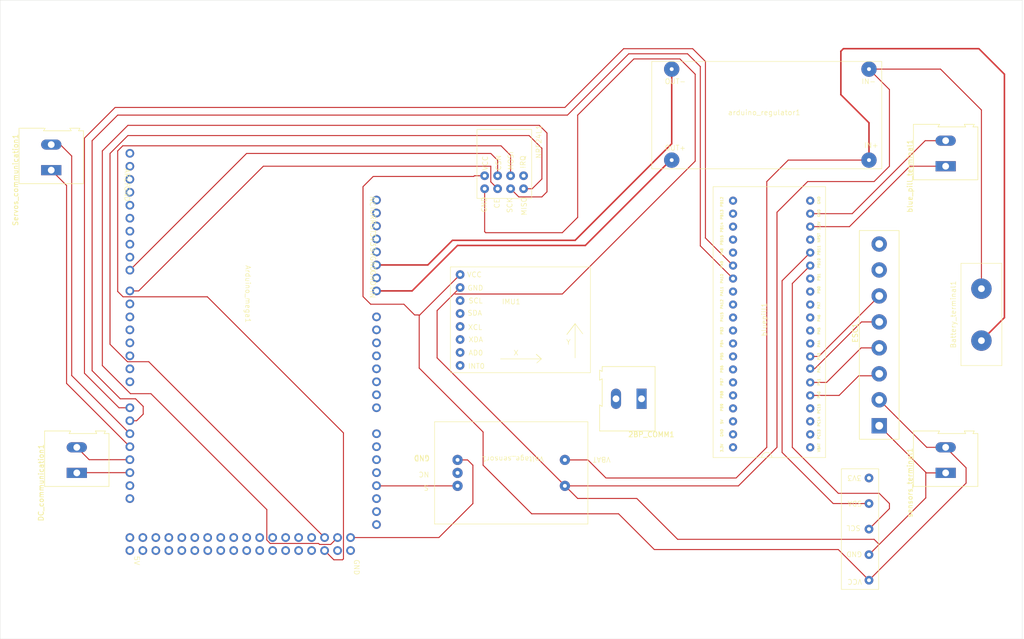
<source format=kicad_pcb>
(kicad_pcb (version 20240108) (generator "pcbnew") (generator_version "8.0")
  (layers (0 "F.Cu" signal) (31 "B.Cu" signal) (34 "B.Paste" user) (35 "F.Paste" user) (36 "B.SilkS" user "B.Silkscreen") (37 "F.SilkS" user "F.Silkscreen") (38 "B.Mask" user) (39 "F.Mask" user) (44 "Edge.Cuts" user))
  (net 0 "")
  (net 2 "CE")
  (net 3 "GND")
  (net 4 "AIN")
  (net 6 "DC_Tx")
  (net 17 "Drone_Rx")
  (net 22 "MOSI")
  (net 23 "Drone_Tx")
  (net 29 "DC_Rx")
  (net 31 "CSN")
  (net 32 "SCK")
  (net 43 "MISO")
  (net 46 "Servo_Rx")
  (net 58 "arduino_vin")
  (net 68 "Servo_Tx")
  (net 77 "VBATTERY")
  (net 79 "3.3vblue_pill")
  (net 91 "2BP_RX")
  (net 92 "2BP_TX")
  (net 107 "3.3v")
  (net 116 "SDA_BMP")
  (net 117 "SDA_IMU")
  (net 118 "SCL_IMU")
  (net 119 "SCL_BMP")
  (net 120 "ESC3")
  (net 121 "ESC4")
  (net 122 "ESC2")
  (net 123 "ESC1")
  (footprint "M4_PCB:battery" (layer "F.Cu") (at 242 99 90)
    (property "Reference" "Battery_terminal1" (at 0 -5.5 90) (layer "F.SilkS") (effects (font (thickness 0.1))))
    (property "Value" "~")
    (pad "1" thru_hole circle (at 5.04 0 90) (size 4 4) (drill 1.32) (layers "*.Cu" "*.Mask") (net 3 "GND"))
    (pad "2" thru_hole circle (at -5.12 0 90) (size 4 4) (drill 1.32) (layers "*.Cu" "*.Mask") (net 77 "VBATTERY"))
  )
  (footprint "M4_PCB:BMP180" (layer "F.Cu") (at 220 141 180)
    (property "Reference" "Pressure_Sensor1" (hide yes))
    (property "Value" "~" (hide yes))
    (fp_text user "GND" (at 1.3 -4.3 180) (layer "F.SilkS") (effects (font (thickness 0.1)) (justify left bottom)))
    (fp_text user "SCL" (at 1.6 0.8 180) (layer "F.SilkS") (effects (font (thickness 0.1)) (justify left bottom)))
    (fp_text user "3V3" (at 1.4 10.6 180) (layer "F.SilkS") (effects (font (thickness 0.1)) (justify left bottom)))
    (fp_text user "VCC" (at 1.3 -9.7 180) (layer "F.SilkS") (effects (font (thickness 0.1)) (justify left bottom)))
    (fp_text user "SDA" (at 1.3 5.6 180) (layer "F.SilkS") (effects (font (thickness 0.1)) (justify left bottom)))
    (pad "1" thru_hole circle (at 0 -10 180) (size 1.7 1.7) (drill 0.762) (layers "*.Cu" "*.Mask") (net 107 "3.3v"))
    (pad "2" thru_hole circle (at 0 -5 180) (size 1.7 1.7) (drill 0.762) (layers "*.Cu" "*.Mask") (net 3 "GND"))
    (pad "3" thru_hole circle (at 0 0 180) (size 1.7 1.7) (drill 0.762) (layers "*.Cu" "*.Mask") (net 119 "SCL_BMP"))
    (pad "4" thru_hole circle (at 0 5 180) (size 1.7 1.7) (drill 0.762) (layers "*.Cu" "*.Mask") (net 116 "SDA_BMP"))
    (pad "5" thru_hole circle (at 0 10 180) (size 1.7 1.7) (drill 0.762) (layers "*.Cu" "*.Mask"))
  )
  (footprint "M4_PCB:NRF24L1" (layer "F.Cu") (at 150 67 90)
    (property "Reference" "NRF24L1" (at 1.8 5.4 90) (layer "F.SilkS") (effects (font (thickness 0.1))))
    (property "Value" "~")
    (fp_text user "MISO" (at -12.7 3.1 90) (layer "F.SilkS") (effects (font (thickness 0.1)) (justify left bottom)))
    (fp_text user "VCC" (at -3.9 -4.5 90) (layer "F.SilkS") (effects (font (thickness 0.1)) (justify left bottom)))
    (fp_text user "GND" (at -12.1 -4.7 90) (layer "F.SilkS") (effects (font (thickness 0.1)) (justify left bottom)))
    (fp_text user "IRQ" (at -3.5 2.9 90) (layer "F.SilkS") (effects (font (thickness 0.1)) (justify left bottom)))
    (fp_text user "CE" (at -11.3 -2.2 90) (layer "F.SilkS") (effects (font (thickness 0.1)) (justify left bottom)))
    (fp_text user "SCK" (at -12.2 0.3 90) (layer "F.SilkS") (effects (font (thickness 0.1)) (justify left bottom)))
    (fp_text user "CSN" (at -3.9 -1.9 90) (layer "F.SilkS") (effects (font (thickness 0.1)) (justify left bottom)))
    (fp_text user "MOSI" (at -3.8 0.5 90) (layer "F.SilkS") (effects (font (thickness 0.1)) (justify left bottom)))
    (pad "1" thru_hole circle (at -7.4 -5.2 90) (size 1.7 1.7) (drill 0.762) (layers "*.Cu" "*.Mask") (net 3 "GND"))
    (pad "2" thru_hole circle (at -4.86 -5.2 90) (size 1.7 1.7) (drill 0.762) (layers "*.Cu" "*.Mask") (net 107 "3.3v"))
    (pad "3" thru_hole circle (at -7.4 -2.66 90) (size 1.7 1.7) (drill 0.762) (layers "*.Cu" "*.Mask") (net 2 "CE"))
    (pad "4" thru_hole circle (at -4.86 -2.66 90) (size 1.7 1.7) (drill 0.762) (layers "*.Cu" "*.Mask") (net 31 "CSN"))
    (pad "5" thru_hole circle (at -7.4 -0.12 90) (size 1.7 1.7) (drill 0.762) (layers "*.Cu" "*.Mask") (net 32 "SCK"))
    (pad "6" thru_hole circle (at -4.86 -0.12 90) (size 1.7 1.7) (drill 0.762) (layers "*.Cu" "*.Mask") (net 22 "MOSI"))
    (pad "7" thru_hole circle (at -7.4 2.42 90) (size 1.7 1.7) (drill 0.762) (layers "*.Cu" "*.Mask") (net 43 "MISO"))
    (pad "8" thru_hole circle (at -4.86 2.42 90) (size 1.7 1.7) (drill 0.762) (layers "*.Cu" "*.Mask"))
  )
  (footprint "TerminalBlock:TerminalBlock_Altech_AK300-2_P5.00mm" (layer "F.Cu") (at 60 70.765 90)
    (property "Reference" "Servos_communication1" (at -1.92 -6.99 -90) (layer "F.SilkS"))
    (property "Value" "~")
    (pad "1" thru_hole rect (at 0 0 90) (size 1.98 3.96) (drill 1.32) (layers "*.Cu" "*.Mask") (net 46 "Servo_Rx"))
    (pad "2" thru_hole oval (at 5 0 90) (size 1.98 3.96) (drill 1.32) (layers "*.Cu" "*.Mask") (net 68 "Servo_Tx"))
  )
  (footprint "TerminalBlock:TerminalBlock_Altech_AK300-2_P5.00mm" (layer "F.Cu") (at 235 70 90)
    (property "Reference" "blue_pill_terminal1" (at -1.92 -6.99 -90) (layer "F.SilkS"))
    (property "Value" "Screw_Terminal_01x02")
    (pad "1" thru_hole rect (at 0 0 90) (size 1.98 3.96) (drill 1.32) (layers "*.Cu" "*.Mask") (net 79 "3.3vblue_pill"))
    (pad "2" thru_hole oval (at 5 0 90) (size 1.98 3.96) (drill 1.32) (layers "*.Cu" "*.Mask") (net 3 "GND"))
  )
  (footprint "TerminalBlock:TerminalBlock_Altech_AK300-2_P5.00mm" (layer "F.Cu") (at 65 130 90)
    (property "Reference" "DC_communication1" (at -1.92 -6.99 -90) (layer "F.SilkS"))
    (property "Value" "~")
    (pad "1" thru_hole rect (at 0 0 90) (size 1.98 3.96) (drill 1.32) (layers "*.Cu" "*.Mask") (net 29 "DC_Rx"))
    (pad "2" thru_hole oval (at 5 0 90) (size 1.98 3.96) (drill 1.32) (layers "*.Cu" "*.Mask") (net 6 "DC_Tx"))
  )
  (footprint "M4_PCB:MPU6050" (layer "F.Cu") (at 150 100)
    (property "Reference" "IMU1" (at 0 -3.5 0) (layer "F.SilkS") (effects (font (thickness 0.1))))
    (property "Value" "~")
    (fp_text user "INT0" (at -8.5 9.7 0) (layer "F.SilkS") (effects (font (thickness 0.1)) (justify left bottom)))
    (fp_text user "SCL" (at -8.4 -3.1 0) (layer "F.SilkS") (effects (font (thickness 0.1)) (justify left bottom)))
    (fp_text user "XDA" (at -8.4 4.5 0) (layer "F.SilkS") (effects (font (thickness 0.1)) (justify left bottom)))
    (fp_text user "GND" (at -8.6 -5.6 0) (layer "F.SilkS") (effects (font (thickness 0.1)) (justify left bottom)))
    (fp_text user "SDA" (at -8.6 -0.7 0) (layer "F.SilkS") (effects (font (thickness 0.1)) (justify left bottom)))
    (fp_text user "XCL" (at -8.5 2.1 0) (layer "F.SilkS") (effects (font (thickness 0.1)) (justify left bottom)))
    (fp_text user "Y" (at 10.7 5 0) (layer "F.SilkS") (effects (font (thickness 0.1)) (justify left bottom)))
    (fp_text user "VCC" (at -8.7 -8.2 0) (layer "F.SilkS") (effects (font (thickness 0.1)) (justify left bottom)))
    (fp_text user "X" (at 0.4 7.1 0) (layer "F.SilkS") (effects (font (thickness 0.1)) (justify left bottom)))
    (fp_text user "AD0" (at -8.4 7.1 0) (layer "F.SilkS") (effects (font (thickness 0.1)) (justify left bottom)))
    (pad "1" thru_hole circle (at -10 -8.8) (size 1.7 1.7) (drill 0.762) (layers "*.Cu" "*.Mask") (net 107 "3.3v"))
    (pad "2" thru_hole circle (at -10 -6.26) (size 1.7 1.7) (drill 0.762) (layers "*.Cu" "*.Mask") (net 3 "GND"))
    (pad "3" thru_hole circle (at -10 -3.72) (size 1.7 1.7) (drill 0.762) (layers "*.Cu" "*.Mask") (net 118 "SCL_IMU"))
    (pad "4" thru_hole circle (at -10 -1.18) (size 1.7 1.7) (drill 0.762) (layers "*.Cu" "*.Mask") (net 117 "SDA_IMU"))
    (pad "5" thru_hole circle (at -10 1.36) (size 1.7 1.7) (drill 0.762) (layers "*.Cu" "*.Mask"))
    (pad "6" thru_hole circle (at -10 3.9) (size 1.7 1.7) (drill 0.762) (layers "*.Cu" "*.Mask"))
    (pad "7" thru_hole circle (at -10 6.44) (size 1.7 1.7) (drill 0.762) (layers "*.Cu" "*.Mask"))
    (pad "8" thru_hole circle (at -10 8.98) (size 1.7 1.7) (drill 0.762) (layers "*.Cu" "*.Mask"))
  )
  (footprint "TerminalBlock:TerminalBlock_Altech_AK300-2_P5.00mm" (layer "F.Cu") (at 235 130 90)
    (property "Reference" "sensors_terminal1" (at -1.92 -6.99 -90) (layer "F.SilkS"))
    (property "Value" "Screw_Terminal_01x02")
    (pad "1" thru_hole rect (at 0 0 90) (size 1.98 3.96) (drill 1.32) (layers "*.Cu" "*.Mask") (net 3 "GND"))
    (pad "2" thru_hole oval (at 5 0 90) (size 1.98 3.96) (drill 1.32) (layers "*.Cu" "*.Mask") (net 107 "3.3v"))
  )
  (footprint "TerminalBlock:TerminalBlock_Altech_AK300-2_P5.00mm" (layer "F.Cu") (at 175.5 115.5 180)
    (property "Reference" "2BP_COMM1" (at -1.92 -6.99 180) (layer "F.SilkS"))
    (property "Value" "~")
    (pad "1" thru_hole rect (at 0 0 180) (size 1.98 3.96) (drill 1.32) (layers "*.Cu" "*.Mask") (net 91 "2BP_RX"))
    (pad "2" thru_hole oval (at 5 0 180) (size 1.98 3.96) (drill 1.32) (layers "*.Cu" "*.Mask") (net 92 "2BP_TX"))
  )
  (footprint "M4_PCB:mega_reverse" (layer "F.Cu") (at 100 95 -90)
    (property "Reference" "Arduino_mega1" (at 0 1.5 -90) (layer "F.SilkS") (effects (font (thickness 0.1))))
    (property "Value" "~")
    (fp_text user "IOR" (at -17.125 -22.36 -90) (layer "F.SilkS") (effects (font (thickness 0.1)) (justify left bottom)))
    (fp_text user "GND" (at -7.525 -22.36 -90) (layer "F.SilkS") (effects (font (thickness 0.1)) (justify left bottom)))
    (fp_text user "5V" (at 51.175 23.84 -90) (layer "F.SilkS") (effects (font (thickness 0.1)) (justify left bottom)))
    (fp_text user "GND" (at -4.725 -22.36 -90) (layer "F.SilkS") (effects (font (thickness 0.1)) (justify left bottom)))
    (fp_text user "AREF" (at -24.625 25.74 -90) (layer "F.SilkS") (effects (font (thickness 0.1)) (justify left bottom)))
    (fp_text user "VIN" (at -1.625 -22.26 -90) (layer "F.SilkS") (effects (font (thickness 0.1)) (justify left bottom)))
    (fp_text user "3V3" (at -12.125 -22.36 -90) (layer "F.SilkS") (effects (font (thickness 0.1)) (justify left bottom)))
    (fp_text user "NC" (at -19.225 -22.26 -90) (layer "F.SilkS") (effects (font (thickness 0.1)) (justify left bottom)))
    (fp_text user "GND" (at -21.225 25.74 -90) (layer "F.SilkS") (effects (font (thickness 0.1)) (justify left bottom)))
    (fp_text user "RST" (at -14.625 -22.36 -90) (layer "F.SilkS") (effects (font (thickness 0.1)) (justify left bottom)))
    (fp_text user "GND" (at 51.875 -19.16 -90) (layer "F.SilkS") (effects (font (thickness 0.1)) (justify left bottom)))
    (fp_text user "5V" (at -9.225 -22.36 -90) (layer "F.SilkS") (effects (font (thickness 0.1)) (justify left bottom)))
    (pad "0" thru_hole oval (at 17.175 24.615 180) (size 1.7 1.7) (drill 1) (layers "*.Cu" "*.Mask"))
    (pad "1" thru_hole oval (at 14.635 24.615 180) (size 1.7 1.7) (drill 1) (layers "*.Cu" "*.Mask"))
    (pad "2" thru_hole oval (at 12.095 24.615 180) (size 1.7 1.7) (drill 1) (layers "*.Cu" "*.Mask"))
    (pad "3" thru_hole oval (at 9.555 24.615 180) (size 1.7 1.7) (drill 1) (layers "*.Cu" "*.Mask"))
    (pad "4" thru_hole oval (at 7.015 24.615 180) (size 1.7 1.7) (drill 1) (layers "*.Cu" "*.Mask"))
    (pad "5" thru_hole oval (at 4.475 24.615 180) (size 1.7 1.7) (drill 1) (layers "*.Cu" "*.Mask"))
    (pad "6" thru_hole oval (at 1.935 24.615 180) (size 1.7 1.7) (drill 1) (layers "*.Cu" "*.Mask"))
    (pad "7" thru_hole oval (at -0.605 24.615 180) (size 1.7 1.7) (drill 1) (layers "*.Cu" "*.Mask") (net 2 "CE"))
    (pad "8" thru_hole oval (at -4.669 24.615 180) (size 1.7 1.7) (drill 1) (layers "*.Cu" "*.Mask") (net 31 "CSN"))
    (pad "9" thru_hole oval (at -7.209 24.615 180) (size 1.7 1.7) (drill 1) (layers "*.Cu" "*.Mask"))
    (pad "10" thru_hole oval (at -9.749 24.615 180) (size 1.7 1.7) (drill 1) (layers "*.Cu" "*.Mask"))
    (pad "11" thru_hole oval (at -12.289 24.615 180) (size 1.7 1.7) (drill 1) (layers "*.Cu" "*.Mask"))
    (pad "12" thru_hole oval (at -14.829 24.615 180) (size 1.7 1.7) (drill 1) (layers "*.Cu" "*.Mask"))
    (pad "13" thru_hole oval (at -17.369 24.615 180) (size 1.7 1.7) (drill 1) (layers "*.Cu" "*.Mask"))
    (pad "14" thru_hole circle (at 22.255 24.615 180) (size 1.7 1.7) (drill 1) (layers "*.Cu" "*.Mask") (net 23 "Drone_Tx"))
    (pad "15" thru_hole oval (at 24.795 24.615 180) (size 1.7 1.7) (drill 1) (layers "*.Cu" "*.Mask") (net 17 "Drone_Rx"))
    (pad "16" thru_hole oval (at 27.335 24.615 180) (size 1.7 1.7) (drill 1) (layers "*.Cu" "*.Mask") (net 68 "Servo_Tx"))
    (pad "17" thru_hole oval (at 29.875 24.615 180) (size 1.7 1.7) (drill 1) (layers "*.Cu" "*.Mask") (net 46 "Servo_Rx"))
    (pad "18" thru_hole oval (at 32.415 24.615 180) (size 1.7 1.7) (drill 1) (layers "*.Cu" "*.Mask") (net 6 "DC_Tx"))
    (pad "19" thru_hole oval (at 34.955 24.615 180) (size 1.7 1.7) (drill 1) (layers "*.Cu" "*.Mask") (net 29 "DC_Rx"))
    (pad "20" thru_hole oval (at 37.495 24.615 180) (size 1.7 1.7) (drill 1) (layers "*.Cu" "*.Mask"))
    (pad "21" thru_hole oval (at 40.035 24.615 180) (size 1.7 1.7) (drill 1) (layers "*.Cu" "*.Mask"))
    (pad "22" thru_hole oval (at 47.655 22.075 90) (size 1.7 1.7) (drill 1) (layers "*.Cu" "*.Mask"))
    (pad "23" thru_hole oval (at 50.195 22.075 90) (size 1.7 1.7) (drill 1) (layers "*.Cu" "*.Mask"))
    (pad "24" thru_hole oval (at 47.655 19.535 90) (size 1.7 1.7) (drill 1) (layers "*.Cu" "*.Mask"))
    (pad "25" thru_hole oval (at 50.195 19.535 90) (size 1.7 1.7) (drill 1) (layers "*.Cu" "*.Mask"))
    (pad "26" thru_hole oval (at 47.655 16.995 90) (size 1.7 1.7) (drill 1) (layers "*.Cu" "*.Mask"))
    (pad "27" thru_hole oval (at 50.195 16.995 90) (size 1.7 1.7) (drill 1) (layers "*.Cu" "*.Mask"))
    (pad "28" thru_hole oval (at 47.655 14.455 90) (size 1.7 1.7) (drill 1) (layers "*.Cu" "*.Mask"))
    (pad "29" thru_hole oval (at 50.195 14.455 90) (size 1.7 1.7) (drill 1) (layers "*.Cu" "*.Mask"))
    (pad "30" thru_hole oval (at 47.655 11.915 90) (size 1.7 1.7) (drill 1) (layers "*.Cu" "*.Mask"))
    (pad "31" thru_hole oval (at 50.195 11.915 90) (size 1.7 1.7) (drill 1) (layers "*.Cu" "*.Mask"))
    (pad "32" thru_hole oval (at 47.655 9.39 90) (size 1.7 1.7) (drill 1) (layers "*.Cu" "*.Mask"))
    (pad "33" thru_hole oval (at 50.195 9.375 90) (size 1.7 1.7) (drill 1) (layers "*.Cu" "*.Mask"))
    (pad "34" thru_hole oval (at 47.655 6.835 90) (size 1.7 1.7) (drill 1) (layers "*.Cu" "*.Mask"))
    (pad "35" thru_hole oval (at 50.195 6.835 90) (size 1.7 1.7) (drill 1) (layers "*.Cu" "*.Mask"))
    (pad "36" thru_hole oval (at 47.655 4.295 90) (size 1.7 1.7) (drill 1) (layers "*.Cu" "*.Mask"))
    (pad "37" thru_hole oval (at 50.195 4.295 90) (size 1.7 1.7) (drill 1) (layers "*.Cu" "*.Mask"))
    (pad "38" thru_hole oval (at 47.655 1.755 90) (size 1.7 1.7) (drill 1) (layers "*.Cu" "*.Mask"))
    (pad "39" thru_hole oval (at 50.195 1.755 90) (size 1.7 1.7) (drill 1) (layers "*.Cu" "*.Mask"))
    (pad "40" thru_hole oval (at 47.655 -0.785 90) (size 1.7 1.7) (drill 1) (layers "*.Cu" "*.Mask"))
    (pad "41" thru_hole oval (at 50.195 -0.785 90) (size 1.7 1.7) (drill 1) (layers "*.Cu" "*.Mask"))
    (pad "42" thru_hole oval (at 47.655 -3.325 90) (size 1.7 1.7) (drill 1) (layers "*.Cu" "*.Mask"))
    (pad "43" thru_hole oval (at 50.195 -3.325 90) (size 1.7 1.7) (drill 1) (layers "*.Cu" "*.Mask"))
    (pad "44" thru_hole oval (at 47.655 -5.865 90) (size 1.7 1.7) (drill 1) (layers "*.Cu" "*.Mask"))
    (pad "45" thru_hole oval (at 50.195 -5.865 90) (size 1.7 1.7) (drill 1) (layers "*.Cu" "*.Mask"))
    (pad "46" thru_hole oval (at 47.655 -8.405 90) (size 1.7 1.7) (drill 1) (layers "*.Cu" "*.Mask"))
    (pad "47" thru_hole oval (at 50.195 -8.405 90) (size 1.7 1.7) (drill 1) (layers "*.Cu" "*.Mask"))
    (pad "48" thru_hole oval (at 47.655 -10.95 90) (size 1.7 1.7) (drill 1) (layers "*.Cu" "*.Mask"))
    (pad "49" thru_hole oval (at 50.195 -10.945 90) (size 1.7 1.7) (drill 1) (layers "*.Cu" "*.Mask"))
    (pad "50" thru_hole oval (at 47.655 -13.485 90) (size 1.7 1.7) (drill 1) (layers "*.Cu" "*.Mask") (net 43 "MISO"))
    (pad "51" thru_hole oval (at 50.195 -13.485 90) (size 1.7 1.7) (drill 1) (layers "*.Cu" "*.Mask") (net 22 "MOSI"))
    (pad "52" thru_hole oval (at 47.655 -16.025 90) (size 1.7 1.7) (drill 1) (layers "*.Cu" "*.Mask") (net 32 "SCK"))
    (pad "53" thru_hole oval (at 50.195 -16.025 90) (size 1.7 1.7) (drill 1) (layers "*.Cu" "*.Mask"))
    (pad "54" thru_hole circle (at 4.475 -23.645 180) (size 1.7 1.7) (drill 1) (layers "*.Cu" "*.Mask"))
    (pad "55" thru_hole oval (at 7.015 -23.645 180) (size 1.7 1.7) (drill 1) (layers "*.Cu" "*.Mask"))
    (pad "56" thru_hole oval (at 9.555 -23.645 180) (size 1.7 1.7) (drill 1) (layers "*.Cu" "*.Mask"))
    (pad "57" thru_hole oval (at 12.095 -23.645 180) (size 1.7 1.7) (drill 1) (layers "*.Cu" "*.Mask"))
    (pad "58" thru_hole oval (at 14.635 -23.645 180) (size 1.7 1.7) (drill 1) (layers "*.Cu" "*.Mask"))
    (pad "59" thru_hole oval (at 17.175 -23.645 180) (size 1.7 1.7) (drill 1) (layers "*.Cu" "*.Mask"))
    (pad "60" thru_hole oval (at 19.715 -23.645 180) (size 1.7 1.7) (drill 1) (layers "*.Cu" "*.Mask"))
    (pad "61" thru_hole oval (at 22.255 -23.645 180) (size 1.7 1.7) (drill 1) (layers "*.Cu" "*.Mask"))
    (pad "62" thru_hole circle (at 27.335 -23.645 180) (size 1.7 1.7) (drill 1) (layers "*.Cu" "*.Mask"))
    (pad "63" thru_hole oval (at 29.875 -23.645 180) (size 1.7 1.7) (drill 1) (layers "*.Cu" "*.Mask"))
    (pad "64" thru_hole oval (at 32.415 -23.645 180) (size 1.7 1.7) (drill 1) (layers "*.Cu" "*.Mask"))
    (pad "65" thru_hole oval (at 34.955 -23.645 180) (size 1.7 1.7) (drill 1) (layers "*.Cu" "*.Mask"))
    (pad "66" thru_hole oval (at 37.495 -23.645 180) (size 1.7 1.7) (drill 1) (layers "*.Cu" "*.Mask") (net 4 "AIN"))
    (pad "67" thru_hole oval (at 40.035 -23.645 180) (size 1.7 1.7) (drill 1) (layers "*.Cu" "*.Mask"))
    (pad "68" thru_hole oval (at 42.575 -23.645 180) (size 1.7 1.7) (drill 1) (layers "*.Cu" "*.Mask"))
    (pad "69" thru_hole oval (at 45.115 -23.645 180) (size 1.7 1.7) (drill 1) (layers "*.Cu" "*.Mask"))
    (pad "70" thru_hole oval (at 47.655 -18.565 90) (size 1.7 1.7) (drill 1) (layers "*.Cu" "*.Mask") (net 3 "GND"))
    (pad "71" thru_hole oval (at -3.145 -23.645 180) (size 1.7 1.7) (drill 1) (layers "*.Cu" "*.Mask"))
    (pad "72" thru_hole oval (at -5.685 -23.645 180) (size 1.7 1.7) (drill 1) (layers "*.Cu" "*.Mask") (net 3 "GND"))
    (pad "73" thru_hole oval (at -19.909 24.615 180) (size 1.7 1.7) (drill 1) (layers "*.Cu" "*.Mask"))
    (pad "75" thru_hole oval (at -8.225 -23.645 180) (size 1.7 1.7) (drill 1) (layers "*.Cu" "*.Mask"))
    (pad "77" thru_hole oval (at 50.195 24.615 90) (size 1.7 1.7) (drill 1) (layers "*.Cu" "*.Mask"))
    (pad "100" thru_hole circle (at 50.195 -18.565 90) (size 1.7 1.7) (drill 1) (layers "*.Cu" "*.Mask"))
    (pad "101" thru_hole oval (at 47.655 24.615 90) (size 1.7 1.7) (drill 1) (layers "*.Cu" "*.Mask"))
    (pad "102" thru_hole circle (at -22.449 24.615 180) (size 1.7 1.7) (drill 1) (layers "*.Cu" "*.Mask"))
    (pad "103" thru_hole oval (at -0.605 -23.645 180) (size 1.7 1.7) (drill 1) (layers "*.Cu" "*.Mask") (net 58 "arduino_vin"))
    (pad "104" thru_hole oval (at -10.765 -23.645 180) (size 1.7 1.7) (drill 1) (layers "*.Cu" "*.Mask"))
    (pad "105" thru_hole oval (at -13.305 -23.645 180) (size 1.7 1.7) (drill 1) (layers "*.Cu" "*.Mask"))
    (pad "106" thru_hole oval (at -15.845 -23.645 180) (size 1.7 1.7) (drill 1) (layers "*.Cu" "*.Mask"))
    (pad "107" thru_hole circle (at -18.385 -23.645 180) (size 1.7 1.7) (drill 1) (layers "*.Cu" "*.Mask"))
    (pad "201" thru_hole circle (at -24.989 24.615 180) (size 1.7 1.7) (drill 1) (layers "*.Cu" "*.Mask"))
    (pad "211" thru_hole circle (at -27.529 24.615 180) (size 1.7 1.7) (drill 1) (layers "*.Cu" "*.Mask"))
  )
  (footprint "M4_PCB:LM2596HVS" (layer "F.Cu") (at 199.5 60)
    (property "Reference" "arduino_regulator1" (at 0 -0.5 0) (layer "F.SilkS") (effects (font (thickness 0.1))))
    (property "Value" "9V")
    (fp_text user "IN+" (at 19.5 6.5 0) (layer "F.SilkS") (effects (font (thickness 0.1)) (justify left bottom)))
    (fp_text user "OUT+" (at -19.5 7 0) (layer "F.SilkS") (effects (font (thickness 0.1)) (justify left bottom)))
    (fp_text user "IN-" (at 19 -6 0) (layer "F.SilkS") (effects (font (thickness 0.1)) (justify left bottom)))
    (fp_text user "OUT-" (at -19.5 -6 0) (layer "F.SilkS") (effects (font (thickness 0.1)) (justify left bottom)))
    (pad "1" thru_hole circle (at 20.5 8.8) (size 3 3) (drill 0.762) (layers "*.Cu" "*.Mask") (net 77 "VBATTERY"))
    (pad "2" thru_hole circle (at 20.5 -9) (size 3 3) (drill 0.762) (layers "*.Cu" "*.Mask") (net 3 "GND"))
    (pad "3" thru_hole circle (at -18.1 8.8) (size 3 3) (drill 0.762) (layers "*.Cu" "*.Mask") (net 58 "arduino_vin"))
    (pad "4" thru_hole circle (at -18.1 -9) (size 3 3) (drill 0.762) (layers "*.Cu" "*.Mask") (net 3 "GND"))
  )
  (footprint "M4_PCB:blue_pill" (layer "F.Cu") (at 200 100 90)
    (property "Reference" "bluepill1" (at 0 -0.5 90) (layer "F.SilkS") (effects (font (thickness 0.1))))
    (property "Value" "~")
    (fp_text user "PA4" (at -5.5 10.5 90) (layer "F.SilkS") (effects (font (size 0.5 0.5) (thickness 0.1)) (justify left bottom)))
    (fp_text user "5V" (at -20.5 -8.5 90) (layer "F.SilkS") (effects (font (size 0.5 0.5) (thickness 0.1)) (justify left bottom)))
    (fp_text user "PA10" (at 7 -8.5 90) (layer "F.SilkS") (effects (font (size 0.5 0.5) (thickness 0.1)) (justify left bottom)))
    (fp_text user "PB1" (at 7.5 10.5 90) (layer "F.SilkS") (effects (font (size 0.5 0.5) (thickness 0.1)) (justify left bottom)))
    (fp_text user "PC15" (at -18.5 10.5 90) (layer "F.SilkS") (effects (font (size 0.5 0.5) (thickness 0.1)) (justify left bottom)))
    (fp_text user "3.3V" (at 17.5 10.5 90) (layer "F.SilkS") (effects (font (size 0.5 0.5) (thickness 0.1)) (justify left bottom)))
    (fp_text user "NRST" (at 15 10.5 90) (layer "F.SilkS") (effects (font (size 0.5 0.5) (thickness 0.1)) (justify left bottom)))
    (fp_text user "PB3" (at -3 -8.5 90) (layer "F.SilkS") (effects (font (size 0.5 0.5) (thickness 0.1)) (justify left bottom)))
    (fp_text user "PB10" (at 10 10.5 90) (layer "F.SilkS") (effects (font (size 0.5 0.5) (thickness 0.1)) (justify left bottom)))
    (fp_text user "PA8" (at 12.5 -8.5 90) (layer "F.SilkS") (effects (font (size 0.5 0.5) (thickness 0.1)) (justify left bottom)))
    (fp_text user "PB15" (at 14.5 -8.5 90) (layer "F.SilkS") (effects (font (size 0.5 0.5) (thickness 0.1)) (justify left bottom)))
    (fp_text user "GND" (at 22.5 10.5 90) (layer "F.SilkS") (effects (font (size 0.5 0.5) (thickness 0.1)) (justify left bottom)))
    (fp_text user "VBAT" (at -26 10.5 90) (layer "F.SilkS") (effects (font (size 0.5 0.5) (thickness 0.1)) (justify left bottom)))
    (fp_text user "PA1" (at -13 10.5 90) (layer "F.SilkS") (effects (font (size 0.5 0.5) (thickness 0.1)) (justify left bottom)))
    (fp_text user "PA11" (at 4.5 -8.5 90) (layer "F.SilkS") (effects (font (size 0.5 0.5) (thickness 0.1)) (justify left bottom)))
    (fp_text user "PA3" (at -8 10.5 90) (layer "F.SilkS") (effects (font (size 0.5 0.5) (thickness 0.1)) (justify left bottom)))
    (fp_text user "PC13" (at -23.5 10.5 90) (layer "F.SilkS") (effects (font (size 0.5 0.5) (thickness 0.1)) (justify left bottom)))
    (fp_text user "PB11" (at 12.5 10.5 90) (layer "F.SilkS") (effects (font (size 0.5 0.5) (thickness 0.1)) (justify left bottom)))
    (fp_text user "PB6" (at -10.5 -8.5 90) (layer "F.SilkS") (effects (font (size 0.5 0.5) (thickness 0.1)) (justify left bottom)))
    (fp_text user "PA9" (at 10 -8.5 90) (layer "F.SilkS") (effects (font (size 0.5 0.5) (thickness 0.1)) (justify left bottom)))
    (fp_text user "PB8" (at -15.5 -8.5 90) (layer "F.SilkS") (effects (font (size 0.5 0.5) (thickness 0.1)) (justify left bottom)))
    (fp_text user "GND" (at -23 -8.5 90) (layer "F.SilkS") (effects (font (size 0.5 0.5) (thickness 0.1)) (justify left bottom)))
    (fp_text user "GND" (at 20 10.5 90) (layer "F.SilkS") (effects (font (size 0.5 0.5) (thickness 0.1)) (justify left bottom)))
    (fp_text user "PA7" (at 2 10.5 90) (layer "F.SilkS") (effects (font (size 0.5 0.5) (thickness 0.1)) (justify left bottom)))
    (fp_text user "PA6" (at -0.5 10.5 90) (layer "F.SilkS") (effects (font (size 0.5 0.5) (thickness 0.1)) (justify left bottom)))
    (fp_text user "PB14" (at 17 -8.5 90) (layer "F.SilkS") (effects (font (size 0.5 0.5) (thickness 0.1)) (justify left bottom)))
    (fp_text user "PB9" (at -18 -8.5 90) (layer "F.SilkS") (effects (font (size 0.5 0.5) (thickness 0.1)) (justify left bottom)))
    (fp_text user "PA12" (at 2 -8.5 90) (layer "F.SilkS") (effects (font (size 0.5 0.5) (thickness 0.1)) (justify left bottom)))
    (fp_text user "PB7" (at -13 -8.5 90) (layer "F.SilkS") (effects (font (size 0.5 0.5) (thickness 0.1)) (justify left bottom)))
    (fp_text user "PB5" (at -8 -8.5 90) (layer "F.SilkS") (effects (font (size 0.5 0.5) (thickness 0.1)) (justify left bottom)))
    (fp_text user "PA15" (at -0.5 -8.5 90) (layer "F.SilkS") (effects (font (size 0.5 0.5) (thickness 0.1)) (justify left bottom)))
    (fp_text user "PB13" (at 19.5 -8.5 90) (layer "F.SilkS") (effects (font (size 0.5 0.5) (thickness 0.1)) (justify left bottom)))
    (fp_text user "PA2" (at -10.5 10.5 90) (layer "F.SilkS") (effects (font (size 0.5 0.5) (thickness 0.1)) (justify left bottom)))
    (fp_text user "PC14" (at -21 10.5 90) (layer "F.SilkS") (effects (font (size 0.5 0.5) (thickness 0.1)) (justify left bottom)))
    (fp_text user "PB12" (at 22 -8.5 90) (layer "F.SilkS") (effects (font (size 0.5 0.5) (thickness 0.1)) (justify left bottom)))
    (fp_text user "PB0" (at 5 10.5 90) (layer "F.SilkS") (effects (font (size 0.5 0.5) (thickness 0.1)) (justify left bottom)))
    (fp_text user "PA5" (at -3 10.5 90) (layer "F.SilkS") (effects (font (size 0.5 0.5) (thickness 0.1)) (justify left bottom)))
    (fp_text user "PB4" (at -5.5 -8.5 90) (layer "F.SilkS") (effects (font (size 0.5 0.5) (thickness 0.1)) (justify left bottom)))
    (fp_text user "3.3V" (at -26 -8.5 90) (layer "F.SilkS") (effects (font (size 0.5 0.5) (thickness 0.1)) (justify left bottom)))
    (fp_text user "PA0" (at -15.5 10.5 90) (layer "F.SilkS") (effects (font (size 0.5 0.5) (thickness 0.1)) (justify left bottom)))
    (pad "1" thru_hole circle (at -25 8.5 90) (size 1.6 1.6) (drill 0.762) (layers "*.Cu" "*.Mask"))
    (pad "2" thru_hole circle (at -22.46 8.5 90) (size 1.6 1.6) (drill 0.762) (layers "*.Cu" "*.Mask"))
    (pad "3" thru_hole circle (at -19.92 8.5 90) (size 1.6 1.6) (drill 0.762) (layers "*.Cu" "*.Mask"))
    (pad "4" thru_hole circle (at -17.38 8.5 90) (size 1.6 1.6) (drill 0.762) (layers "*.Cu" "*.Mask"))
    (pad "5" thru_hole circle (at -14.84 8.5 90) (size 1.6 1.6) (drill 0.762) (layers "*.Cu" "*.Mask") (net 123 "ESC1"))
    (pad "6" thru_hole circle (at -12.3 8.5 90) (size 1.6 1.6) (drill 0.762) (layers "*.Cu" "*.Mask") (net 122 "ESC2"))
    (pad "7" thru_hole circle (at -9.6 8.5 90) (size 1.6 1.6) (drill 0.762) (layers "*.Cu" "*.Mask") (net 120 "ESC3"))
    (pad "8" thru_hole circle (at -7.22 8.5 90) (size 1.6 1.6) (drill 0.762) (layers "*.Cu" "*.Mask") (net 121 "ESC4"))
    (pad "9" thru_hole circle (at -4.68 8.5 90) (size 1.6 1.6) (drill 0.762) (layers "*.Cu" "*.Mask"))
    (pad "10" thru_hole circle (at -2.14 8.5 90) (size 1.6 1.6) (drill 0.762) (layers "*.Cu" "*.Mask"))
    (pad "11" thru_hole circle (at 0.4 8.5 90) (size 1.6 1.6) (drill 0.762) (layers "*.Cu" "*.Mask"))
    (pad "12" thru_hole circle (at 2.94 8.5 90) (size 1.6 1.6) (drill 0.762) (layers "*.Cu" "*.Mask"))
    (pad "13" thru_hole circle (at 5.48 8.5 90) (size 1.6 1.6) (drill 0.762) (layers "*.Cu" "*.Mask"))
    (pad "14" thru_hole circle (at 8.02 8.5 90) (size 1.6 1.6) (drill 0.762) (layers "*.Cu" "*.Mask"))
    (pad "15" thru_hole circle (at 10.56 8.5 90) (size 1.6 1.6) (drill 0.762) (layers "*.Cu" "*.Mask") (net 119 "SCL_BMP"))
    (pad "16" thru_hole circle (at 13.1 8.5 90) (size 1.6 1.6) (drill 0.762) (layers "*.Cu" "*.Mask") (net 116 "SDA_BMP"))
    (pad "17" thru_hole circle (at 15.64 8.5 90) (size 1.6 1.6) (drill 0.762) (layers "*.Cu" "*.Mask"))
    (pad "18" thru_hole circle (at 18.18 8.5 90) (size 1.6 1.6) (drill 0.762) (layers "*.Cu" "*.Mask") (net 79 "3.3vblue_pill"))
    (pad "19" thru_hole circle (at 20.72 8.5 90) (size 1.6 1.6) (drill 0.762) (layers "*.Cu" "*.Mask") (net 3 "GND"))
    (pad "20" thru_hole circle (at 23.26 8.5 90) (size 1.6 1.6) (drill 0.762) (layers "*.Cu" "*.Mask"))
    (pad "21" thru_hole circle (at 23.26 -6.6 90) (size 1.6 1.6) (drill 0.762) (layers "*.Cu" "*.Mask"))
    (pad "22" thru_hole circle (at 20.72 -6.6 90) (size 1.6 1.6) (drill 0.762) (layers "*.Cu" "*.Mask"))
    (pad "23" thru_hole circle (at 18.18 -6.6 90) (size 1.6 1.6) (drill 0.762) (layers "*.Cu" "*.Mask"))
    (pad "24" thru_hole circle (at 15.64 -6.6 90) (size 1.6 1.6) (drill 0.762) (layers "*.Cu" "*.Mask"))
    (pad "25" thru_hole circle (at 13.1 -6.6 90) (size 1.6 1.6) (drill 0.762) (layers "*.Cu" "*.Mask"))
    (pad "26" thru_hole circle (at 10.56 -6.6 90) (size 1.6 1.6) (drill 0.762) (layers "*.Cu" "*.Mask") (net 23 "Drone_Tx"))
    (pad "27" thru_hole circle (at 8.02 -6.6 90) (size 1.6 1.6) (drill 0.762) (layers "*.Cu" "*.Mask") (net 17 "Drone_Rx"))
    (pad "28" thru_hole circle (at 5.48 -6.6 90) (size 1.6 1.6) (drill 0.762) (layers "*.Cu" "*.Mask"))
    (pad "29" thru_hole circle (at 2.94 -6.6 90) (size 1.6 1.6) (drill 0.762) (layers "*.Cu" "*.Mask"))
    (pad "30" thru_hole circle (at 0.4 -6.6 90) (size 1.6 1.6) (drill 0.762) (layers "*.Cu" "*.Mask"))
    (pad "31" thru_hole circle (at -2.14 -6.6 90) (size 1.6 1.6) (drill 0.762) (layers "*.Cu" "*.Mask"))
    (pad "32" thru_hole circle (at -4.68 -6.6 90) (size 1.6 1.6) (drill 0.762) (layers "*.Cu" "*.Mask"))
    (pad "33" thru_hole circle (at -7.22 -6.6 90) (size 1.6 1.6) (drill 0.762) (layers "*.Cu" "*.Mask"))
    (pad "34" thru_hole circle (at -9.76 -6.6 90) (size 1.6 1.6) (drill 0.762) (layers "*.Cu" "*.Mask") (net 92 "2BP_TX"))
    (pad "35" thru_hole circle (at -12.3 -6.6 90) (size 1.6 1.6) (drill 0.762) (layers "*.Cu" "*.Mask") (net 91 "2BP_RX"))
    (pad "36" thru_hole circle (at -14.84 -6.6 90) (size 1.6 1.6) (drill 0.762) (layers "*.Cu" "*.Mask") (net 118 "SCL_IMU"))
    (pad "37" thru_hole circle (at -17.38 -6.6 90) (size 1.6 1.6) (drill 0.762) (layers "*.Cu" "*.Mask") (net 117 "SDA_IMU"))
    (pad "38" thru_hole circle (at -19.92 -6.6 90) (size 1.6 1.6) (drill 0.762) (layers "*.Cu" "*.Mask"))
    (pad "39" thru_hole circle (at -22.46 -6.6 90) (size 1.6 1.6) (drill 0.762) (layers "*.Cu" "*.Mask"))
    (pad "40" thru_hole circle (at -25 -6.6 90) (size 1.6 1.6) (drill 0.762) (layers "*.Cu" "*.Mask"))
  )
  (footprint "TerminalBlock:TerminalBlock_bornier-8_P5.08mm" (layer "F.Cu") (at 222 120.78 90)
    (property "Reference" "ESC1" (at 18.18 -4.7 -90) (layer "F.SilkS"))
    (property "Value" "~")
    (pad "1" thru_hole rect (at 0 0 90) (size 3 3) (drill 1.52) (layers "*.Cu" "*.Mask") (net 3 "GND"))
    (pad "2" thru_hole circle (at 5.08 0 90) (size 3 3) (drill 1.52) (layers "*.Cu" "*.Mask") (net 107 "3.3v"))
    (pad "3" thru_hole circle (at 10.16 0 90) (size 3 3) (drill 1.52) (layers "*.Cu" "*.Mask") (net 123 "ESC1"))
    (pad "4" thru_hole circle (at 15.24 0 90) (size 3 3) (drill 1.52) (layers "*.Cu" "*.Mask") (net 122 "ESC2"))
    (pad "5" thru_hole circle (at 20.32 0 90) (size 3 3) (drill 1.52) (layers "*.Cu" "*.Mask") (net 120 "ESC3"))
    (pad "6" thru_hole circle (at 25.4 0 90) (size 3 3) (drill 1.52) (layers "*.Cu" "*.Mask") (net 121 "ESC4"))
    (pad "7" thru_hole circle (at 30.48 0 90) (size 3 3) (drill 1.52) (layers "*.Cu" "*.Mask"))
    (pad "8" thru_hole circle (at 35.56 0 90) (size 3 3) (drill 1.52) (layers "*.Cu" "*.Mask"))
  )
  (footprint "M4_PCB:Voltage_sensor" (layer "F.Cu") (at 150 130 180)
    (property "Reference" "Voltage_sensor1" (at -0.3 2.7 180) (layer "F.SilkS") (effects (font (thickness 0.1))))
    (property "Value" "~")
    (fp_text user "S" (at 16.1 -2.3 180) (layer "F.SilkS") (effects (font (thickness 0.1)) (justify left bottom)))
    (fp_text user "GND" (at 15.9 3.4 180) (layer "F.SilkS") (effects (font (thickness 0.1)) (justify left bottom)))
    (fp_text user "GND" (at 15.9 3.6 180) (layer "F.SilkS") (effects (font (thickness 0.1)) (justify left bottom)))
    (fp_text user "VBAT" (at -19.5 3.2 180) (layer "F.SilkS") (effects (font (thickness 0.1)) (justify left bottom)))
    (fp_text user "NC" (at 16 0.3 180) (layer "F.SilkS") (effects (font (thickness 0.1)) (justify left bottom)))
    (pad "1" thru_hole circle (at -10.5 2.54 180) (size 2 2) (drill 0.762) (layers "*.Cu" "*.Mask") (net 77 "VBATTERY"))
    (pad "2" thru_hole circle (at -10.5 -2.54 180) (size 2 2) (drill 0.762) (layers "*.Cu" "*.Mask") (net 3 "GND"))
    (pad "3" thru_hole circle (at 10.5 -2.54 180) (size 2 2) (drill 0.762) (layers "*.Cu" "*.Mask") (net 4 "AIN"))
    (pad "4" thru_hole circle (at 10.5 0 180) (size 2 2) (drill 0.762) (layers "*.Cu" "*.Mask"))
    (pad "5" thru_hole circle (at 10.5 2.54 180) (size 2 2) (drill 0.762) (layers "*.Cu" "*.Mask") (net 3 "GND"))
  )
  (gr_line (start 50 37.5) (end 250 37.5) (stroke (width 0.05)) (layer "Edge.Cuts"))
  (gr_line (start 50 162.5) (end 250 162.5) (stroke (width 0.05)) (layer "Edge.Cuts"))
  (gr_line (start 250 162.5) (end 250 37.5) (stroke (width 0.05)) (layer "Edge.Cuts"))
  (gr_line (start 50 37.5) (end 50 162.5) (stroke (width 0.05)) (layer "Edge.Cuts"))
  (segment (start 77.105 94.395) (end 75.385 94.395) (width 0.2) (layer "F.Cu") (net 2))
  (segment (start 146 73.06) (end 146 70) (width 0.2) (layer "F.Cu") (net 2))
  (segment (start 147.34 74.4) (end 146 73.06) (width 0.2) (layer "F.Cu") (net 2))
  (segment (start 146 70) (end 101.5 70) (width 0.2) (layer "F.Cu") (net 2))
  (segment (start 101.5 70) (end 77.105 94.395) (width 0.2) (layer "F.Cu") (net 2))
  (segment (start 231 65) (end 216.72 79.28) (width 0.2) (layer "F.Cu") (net 3))
  (segment (start 144.8 82.8) (end 144.8 74.4) (width 0.2) (layer "F.Cu") (net 3))
  (segment (start 186 52) (end 183 49) (width 0.2) (layer "F.Cu") (net 3))
  (segment (start 139 95) (end 160 95) (width 0.2) (layer "F.Cu") (net 3))
  (segment (start 163 60) (end 163 80) (width 0.2) (layer "F.Cu") (net 3))
  (segment (start 138.87 94.87) (end 139 95) (width 0.2) (layer "F.Cu") (net 3))
  (segment (start 142.5 128.5) (end 141.46 127.46) (width 0.2) (layer "F.Cu") (net 3))
  (segment (start 135.845 142.655) (end 142.5 136) (width 0.2) (layer "F.Cu") (net 3))
  (segment (start 221 143) (end 182.565686 143) (width 0.2) (layer "F.Cu") (net 3))
  (segment (start 182.565686 143) (end 174.565686 135) (width 0.2) (layer "F.Cu") (net 3))
  (segment (start 138.87 94.87) (end 140 93.74) (width 0.2) (layer "F.Cu") (net 3))
  (segment (start 234 51) (end 220 51) (width 0.2) (layer "F.Cu") (net 3))
  (segment (start 141.46 127.46) (end 139.5 127.46) (width 0.2) (layer "F.Cu") (net 3))
  (segment (start 222 144) (end 220 146) (width 0.2) (layer "F.Cu") (net 3))
  (segment (start 183 49) (end 174 49) (width 0.2) (layer "F.Cu") (net 3))
  (segment (start 224 55) (end 224 70) (width 0.2) (layer "F.Cu") (net 3))
  (segment (start 162.5 84.5) (end 138.5 84.5) (width 0.3) (layer "F.Cu") (net 3))
  (segment (start 142.5 136) (end 142.5 128.5) (width 0.2) (layer "F.Cu") (net 3))
  (segment (start 224.86 123.64) (end 222 120.78) (width 0.2) (layer "F.Cu") (net 3))
  (segment (start 225.61 124.39) (end 225.11 123.89) (width 0.2) (layer "F.Cu") (net 3))
  (segment (start 133.685 89.315) (end 123.645 89.315) (width 0.3) (layer "F.Cu") (net 3))
  (segment (start 181.4 51) (end 181.4 65.6) (width 0.3) (layer "F.Cu") (net 3))
  (segment (start 135.5 107.5) (end 135.5 98.24) (width 0.2) (layer "F.Cu") (net 3))
  (segment (start 235 130) (end 231.22 130) (width 0.2) (layer "F.Cu") (net 3))
  (segment (start 225.11 123.89) (end 224.86 123.64) (width 0.2) (layer "F.Cu") (net 3))
  (segment (start 242 59) (end 234 51) (width 0.2) (layer "F.Cu") (net 3))
  (segment (start 231.11 129.89) (end 231.11 134.89) (width 0.2) (layer "F.Cu") (net 3))
  (segment (start 231.11 134.89) (end 222 144) (width 0.2) (layer "F.Cu") (net 3))
  (segment (start 160 83) (end 145 83) (width 0.2) (layer "F.Cu") (net 3))
  (segment (start 160 95) (end 186 69) (width 0.2) (layer "F.Cu") (net 3))
  (segment (start 118.565 142.655) (end 135.845 142.655) (width 0.2) (layer "F.Cu") (net 3))
  (segment (start 216.72 79.28) (end 208.5 79.28) (width 0.2) (layer "F.Cu") (net 3))
  (segment (start 181.4 65.6) (end 162.5 84.5) (width 0.3) (layer "F.Cu") (net 3))
  (segment (start 145 83) (end 144.8 82.8) (width 0.2) (layer "F.Cu") (net 3))
  (segment (start 224 70) (end 221 73) (width 0.2) (layer "F.Cu") (net 3))
  (segment (start 174 49) (end 163 60) (width 0.2) (layer "F.Cu") (net 3))
  (segment (start 202 125) (end 194.46 132.54) (width 0.2) (layer "F.Cu") (net 3))
  (segment (start 222 144) (end 221 143) (width 0.2) (layer "F.Cu") (net 3))
  (segment (start 163 135) (end 135.5 107.5) (width 0.2) (layer "F.Cu") (net 3))
  (segment (start 220 51) (end 224 55) (width 0.2) (layer "F.Cu") (net 3))
  (segment (start 231.11 129.89) (end 225.61 124.39) (width 0.2) (layer "F.Cu") (net 3))
  (segment (start 138.5 84.5) (end 133.685 89.315) (width 0.3) (layer "F.Cu") (net 3))
  (segment (start 194.46 132.54) (end 160.5 132.54) (width 0.2) (layer "F.Cu") (net 3))
  (segment (start 135.5 98.24) (end 138.87 94.87) (width 0.2) (layer "F.Cu") (net 3))
  (segment (start 174.565686 135) (end 163 135) (width 0.2) (layer "F.Cu") (net 3))
  (segment (start 221 73) (end 208 73) (width 0.2) (layer "F.Cu") (net 3))
  (segment (start 202 79) (end 202 125) (width 0.2) (layer "F.Cu") (net 3))
  (segment (start 235 65) (end 231 65) (width 0.2) (layer "F.Cu") (net 3))
  (segment (start 208 73) (end 202 79) (width 0.2) (layer "F.Cu") (net 3))
  (segment (start 242 93.96) (end 242 59) (width 0.2) (layer "F.Cu") (net 3))
  (segment (start 163 80) (end 160 83) (width 0.2) (layer "F.Cu") (net 3))
  (segment (start 231.22 130) (end 231.11 129.89) (width 0.2) (layer "F.Cu") (net 3))
  (segment (start 186 69) (end 186 52) (width 0.2) (layer "F.Cu") (net 3))
  (segment (start 123.645 132.495) (end 123.69 132.54) (width 0.2) (layer "F.Cu") (net 4))
  (segment (start 123.69 132.54) (end 139.5 132.54) (width 0.2) (layer "F.Cu") (net 4))
  (segment (start 75.385 127.415) (end 67.415 127.415) (width 0.2) (layer "F.Cu") (net 6))
  (segment (start 67.415 127.415) (end 65 125) (width 0.2) (layer "F.Cu") (net 6))
  (segment (start 76.705 119.795) (end 78 118.5) (width 0.2) (layer "F.Cu") (net 17))
  (segment (start 73.5 115.5) (end 76.5 115.5) (width 0.2) (layer "F.Cu") (net 17))
  (segment (start 68 65) (end 68 110) (width 0.2) (layer "F.Cu") (net 17))
  (segment (start 187 50.5) (end 184.5 48) (width 0.2) (layer "F.Cu") (net 17))
  (segment (start 187 85.58) (end 187 50.5) (width 0.2) (layer "F.Cu") (net 17))
  (segment (start 173 48) (end 161 60) (width 0.2) (layer "F.Cu") (net 17))
  (segment (start 78 118.5) (end 78 117) (width 0.2) (layer "F.Cu") (net 17))
  (segment (start 68 110) (end 73.5 115.5) (width 0.2) (layer "F.Cu") (net 17))
  (segment (start 73 60) (end 68 65) (width 0.2) (layer "F.Cu") (net 17))
  (segment (start 193.4 91.98) (end 187 85.58) (width 0.2) (layer "F.Cu") (net 17))
  (segment (start 78 117) (end 76.5 115.5) (width 0.2) (layer "F.Cu") (net 17))
  (segment (start 184.5 48) (end 173 48) (width 0.2) (layer "F.Cu") (net 17))
  (segment (start 75.385 119.795) (end 76.705 119.795) (width 0.2) (layer "F.Cu") (net 17))
  (segment (start 161 60) (end 73 60) (width 0.2) (layer "F.Cu") (net 17))
  (segment (start 74.045 95.545) (end 90.545 95.545) (width 0.2) (layer "F.Cu") (net 22))
  (segment (start 117.175 146.825) (end 117 147) (width 0.2) (layer "F.Cu") (net 22))
  (segment (start 115.29 147) (end 113.485 145.195) (width 0.2) (layer "F.Cu") (net 22))
  (segment (start 149.88 67.88) (end 148 66) (width 0.2) (layer "F.Cu") (net 22))
  (segment (start 74 66) (end 73 67) (width 0.2) (layer "F.Cu") (net 22))
  (segment (start 149.88 71.86) (end 149.88 67.88) (width 0.2) (layer "F.Cu") (net 22))
  (segment (start 73 94.5) (end 74.045 95.545) (width 0.2) (layer "F.Cu") (net 22))
  (segment (start 90.545 95.545) (end 117.175 122.175) (width 0.2) (layer "F.Cu") (net 22))
  (segment (start 117.175 122.175) (end 117.175 146.825) (width 0.2) (layer "F.Cu") (net 22))
  (segment (start 73 67) (end 73 94.5) (width 0.2) (layer "F.Cu") (net 22))
  (segment (start 148 66) (end 74 66) (width 0.2) (layer "F.Cu") (net 22))
  (segment (start 117 147) (end 115.29 147) (width 0.2) (layer "F.Cu") (net 22))
  (segment (start 73.255 117.255) (end 66.5 110.5) (width 0.2) (layer "F.Cu") (net 23))
  (segment (start 72.5 58.5) (end 160.5 58.5) (width 0.2) (layer "F.Cu") (net 23))
  (segment (start 185.5 47) (end 188 49.5) (width 0.2) (layer "F.Cu") (net 23))
  (segment (start 172 47) (end 185.5 47) (width 0.2) (layer "F.Cu") (net 23))
  (segment (start 160.5 58.5) (end 172 47) (width 0.2) (layer "F.Cu") (net 23))
  (segment (start 188 84) (end 187.98 84.02) (width 0.2) (layer "F.Cu") (net 23))
  (segment (start 187.98 84.02) (end 193.4 89.44) (width 0.2) (layer "F.Cu") (net 23))
  (segment (start 66.5 64.5) (end 72.5 58.5) (width 0.2) (layer "F.Cu") (net 23))
  (segment (start 66.5 110.5) (end 66.5 64.5) (width 0.2) (layer "F.Cu") (net 23))
  (segment (start 188 49.5) (end 188 84) (width 0.2) (layer "F.Cu") (net 23))
  (segment (start 75.385 117.255) (end 73.255 117.255) (width 0.2) (layer "F.Cu") (net 23))
  (segment (start 65.045 129.955) (end 65 130) (width 0.2) (layer "F.Cu") (net 29))
  (segment (start 75.385 129.955) (end 65.045 129.955) (width 0.2) (layer "F.Cu") (net 29))
  (segment (start 147.34 71.86) (end 147.34 68.84) (width 0.2) (layer "F.Cu") (net 31))
  (segment (start 98.216 67.5) (end 75.385 90.331) (width 0.2) (layer "F.Cu") (net 31))
  (segment (start 146 67.5) (end 98.216 67.5) (width 0.2) (layer "F.Cu") (net 31))
  (segment (start 147.34 68.84) (end 146 67.5) (width 0.2) (layer "F.Cu") (net 31))
  (segment (start 79.5 114.5) (end 102.175 137.175) (width 0.2) (layer "F.Cu") (net 32))
  (segment (start 70 67) (end 70 109) (width 0.2) (layer "F.Cu") (net 32))
  (segment (start 157 63.5) (end 155.5 62) (width 0.2) (layer "F.Cu") (net 32))
  (segment (start 155.5 62) (end 75 62) (width 0.2) (layer "F.Cu") (net 32))
  (segment (start 75 62) (end 70 67) (width 0.2) (layer "F.Cu") (net 32))
  (segment (start 70 109) (end 75.5 114.5) (width 0.2) (layer "F.Cu") (net 32))
  (segment (start 157 75) (end 157 63.5) (width 0.2) (layer "F.Cu") (net 32))
  (segment (start 149.88 74.4) (end 151.48 76) (width 0.2) (layer "F.Cu") (net 32))
  (segment (start 114.68 144) (end 116.025 142.655) (width 0.2) (layer "F.Cu") (net 32))
  (segment (start 112.305 143.805) (end 112.5 144) (width 0.2) (layer "F.Cu") (net 32))
  (segment (start 102.848654 143.805) (end 112.305 143.805) (width 0.2) (layer "F.Cu") (net 32))
  (segment (start 112.5 144) (end 114.68 144) (width 0.2) (layer "F.Cu") (net 32))
  (segment (start 102.175 137.175) (end 102.175 143.131346) (width 0.2) (layer "F.Cu") (net 32))
  (segment (start 75.5 114.5) (end 79.5 114.5) (width 0.2) (layer "F.Cu") (net 32))
  (segment (start 102.175 143.131346) (end 102.848654 143.805) (width 0.2) (layer "F.Cu") (net 32))
  (segment (start 151.48 76) (end 156 76) (width 0.2) (layer "F.Cu") (net 32))
  (segment (start 156 76) (end 157 75) (width 0.2) (layer "F.Cu") (net 32))
  (segment (start 75 64) (end 71.5 67.5) (width 0.2) (layer "F.Cu") (net 43))
  (segment (start 153.5 64) (end 75 64) (width 0.2) (layer "F.Cu") (net 43))
  (segment (start 74.908654 108.245) (end 79.075 108.245) (width 0.2) (layer "F.Cu") (net 43))
  (segment (start 156 72.5) (end 156 66.5) (width 0.2) (layer "F.Cu") (net 43))
  (segment (start 152.42 74.4) (end 154.1 74.4) (width 0.2) (layer "F.Cu") (net 43))
  (segment (start 154.1 74.4) (end 156 72.5) (width 0.2) (layer "F.Cu") (net 43))
  (segment (start 71.5 67.5) (end 71.5 104.836346) (width 0.2) (layer "F.Cu") (net 43))
  (segment (start 79.075 108.245) (end 113.485 142.655) (width 0.2) (layer "F.Cu") (net 43))
  (segment (start 71.5 104.836346) (end 74.908654 108.245) (width 0.2) (layer "F.Cu") (net 43))
  (segment (start 156 66.5) (end 153.5 64) (width 0.2) (layer "F.Cu") (net 43))
  (segment (start 75.385 124.875) (end 63 112.49) (width 0.2) (layer "F.Cu") (net 46))
  (segment (start 63 73.765) (end 60 70.765) (width 0.2) (layer "F.Cu") (net 46))
  (segment (start 63 112.49) (end 63 73.765) (width 0.2) (layer "F.Cu") (net 46))
  (segment (start 130.605 94.395) (end 123.645 94.395) (width 0.3) (layer "F.Cu") (net 58))
  (segment (start 181.4 68.8) (end 181.2 68.8) (width 0.3) (layer "F.Cu") (net 58))
  (segment (start 181.2 68.8) (end 164.5 85.5) (width 0.3) (layer "F.Cu") (net 58))
  (segment (start 164.5 85.5) (end 139.5 85.5) (width 0.3) (layer "F.Cu") (net 58))
  (segment (start 139.5 85.5) (end 130.605 94.395) (width 0.3) (layer "F.Cu") (net 58))
  (segment (start 61.765 65.765) (end 60 65.765) (width 0.2) (layer "F.Cu") (net 68))
  (segment (start 64 68) (end 61.765 65.765) (width 0.2) (layer "F.Cu") (net 68))
  (segment (start 75.385 122.335) (end 64 110.95) (width 0.2) (layer "F.Cu") (net 68))
  (segment (start 64 110.95) (end 64 68) (width 0.2) (layer "F.Cu") (net 68))
  (segment (start 214.5 47.5) (end 214.5 56) (width 0.3) (layer "F.Cu") (net 77))
  (segment (start 246.5 99.62) (end 246.5 52) (width 0.3) (layer "F.Cu") (net 77))
  (segment (start 204.2 68.8) (end 200 73) (width 0.2) (layer "F.Cu") (net 77))
  (segment (start 220 61.5) (end 220 68.8) (width 0.3) (layer "F.Cu") (net 77))
  (segment (start 194 131) (end 168.54 131) (width 0.2) (layer "F.Cu") (net 77))
  (segment (start 242 104.12) (end 246.5 99.62) (width 0.3) (layer "F.Cu") (net 77))
  (segment (start 200 125) (end 194 131) (width 0.2) (layer "F.Cu") (net 77))
  (segment (start 241.5 47) (end 215 47) (width 0.3) (layer "F.Cu") (net 77))
  (segment (start 246.5 52) (end 241.5 47) (width 0.3) (layer "F.Cu") (net 77))
  (segment (start 214.5 56) (end 220 61.5) (width 0.3) (layer "F.Cu") (net 77))
  (segment (start 165 127.46) (end 160.5 127.46) (width 0.2) (layer "F.Cu") (net 77))
  (segment (start 168.54 131) (end 165 127.46) (width 0.2) (layer "F.Cu") (net 77))
  (segment (start 200 73) (end 200 125) (width 0.2) (layer "F.Cu") (net 77))
  (segment (start 220 68.8) (end 204.2 68.8) (width 0.2) (layer "F.Cu") (net 77))
  (segment (start 215 47) (end 214.5 47.5) (width 0.3) (layer "F.Cu") (net 77))
  (segment (start 216.18 81.82) (end 208.5 81.82) (width 0.2) (layer "F.Cu") (net 79))
  (segment (start 228 70) (end 216.18 81.82) (width 0.2) (layer "F.Cu") (net 79))
  (segment (start 235 70) (end 228 70) (width 0.2) (layer "F.Cu") (net 79))
  (segment (start 214 145) (end 178 145) (width 0.2) (layer "F.Cu") (net 107))
  (segment (start 239 129) (end 239 132) (width 0.2) (layer "F.Cu") (net 107))
  (segment (start 171 138) (end 154 138) (width 0.2) (layer "F.Cu") (net 107))
  (segment (start 132.1 99.1) (end 140 91.2) (width 0.2) (layer "F.Cu") (net 107))
  (segment (start 123 72) (end 121 74) (width 0.2) (layer "F.Cu") (net 107))
  (segment (start 122.5 97) (end 121 95.5) (width 0.2) (layer "F.Cu") (net 107))
  (segment (start 144.5 128.5) (end 144.5 122) (width 0.2) (layer "F.Cu") (net 107))
  (segment (start 144.8 71.86) (end 142.8 71.86) (width 0.2) (layer "F.Cu") (net 107))
  (segment (start 142.66 72) (end 123 72) (width 0.2) (layer "F.Cu") (net 107))
  (segment (start 154 138) (end 144.5 128.5) (width 0.2) (layer "F.Cu") (net 107))
  (segment (start 239 132) (end 220 151) (width 0.2) (layer "F.Cu") (net 107))
  (segment (start 235 125) (end 231.3 125) (width 0.2) (layer "F.Cu") (net 107))
  (segment (start 144.5 122) (end 132 109.5) (width 0.2) (layer "F.Cu") (net 107))
  (segment (start 220 151) (end 214 145) (width 0.2) (layer "F.Cu") (net 107))
  (segment (start 132 109.5) (end 132 99.2) (width 0.2) (layer "F.Cu") (net 107))
  (segment (start 121 74) (end 121 95.5) (width 0.2) (layer "F.Cu") (net 107))
  (segment (start 142.8 71.86) (end 142.66 72) (width 0.2) (layer "F.Cu") (net 107))
  (segment (start 178 145) (end 171 138) (width 0.2) (layer "F.Cu") (net 107))
  (segment (start 231.3 125) (end 224.9 118.6) (width 0.2) (layer "F.Cu") (net 107))
  (segment (start 132 99.2) (end 132.1 99.1) (width 0.2) (layer "F.Cu") (net 107))
  (segment (start 131.1 99.1) (end 129 97) (width 0.2) (layer "F.Cu") (net 107))
  (segment (start 132.1 99.1) (end 131.1 99.1) (width 0.2) (layer "F.Cu") (net 107))
  (segment (start 235 125) (end 239 129) (width 0.2) (layer "F.Cu") (net 107))
  (segment (start 224.9 118.6) (end 222 115.7) (width 0.2) (layer "F.Cu") (net 107))
  (segment (start 129 97) (end 122.5 97) (width 0.2) (layer "F.Cu") (net 107))
  (segment (start 220 136) (end 213 136) (width 0.2) (layer "F.Cu") (net 116))
  (segment (start 213 136) (end 203 126) (width 0.2) (layer "F.Cu") (net 116))
  (segment (start 203 92.4) (end 208.5 86.9) (width 0.2) (layer "F.Cu") (net 116))
  (segment (start 203 126) (end 203 92.4) (width 0.2) (layer "F.Cu") (net 116))
  (segment (start 214 134) (end 222 134) (width 0.2) (layer "F.Cu") (net 119))
  (segment (start 222 134) (end 224 136) (width 0.2) (layer "F.Cu") (net 119))
  (segment (start 205 92.94) (end 205 125) (width 0.2) (layer "F.Cu") (net 119))
  (segment (start 224 137) (end 220 141) (width 0.2) (layer "F.Cu") (net 119))
  (segment (start 205 125) (end 214 134) (width 0.2) (layer "F.Cu") (net 119))
  (segment (start 208.5 89.44) (end 205 92.94) (width 0.2) (layer "F.Cu") (net 119))
  (segment (start 224 136) (end 224 137) (width 0.2) (layer "F.Cu") (net 119))
  (segment (start 218.54 100.46) (end 222 100.46) (width 0.2) (layer "F.Cu") (net 120))
  (segment (start 209.4 109.6) (end 218.54 100.46) (width 0.2) (layer "F.Cu") (net 120))
  (segment (start 208.5 109.6) (end 209.4 109.6) (width 0.2) (layer "F.Cu") (net 120))
  (segment (start 210.16 107.22) (end 222 95.38) (width 0.2) (layer "F.Cu") (net 121))
  (segment (start 208.5 107.22) (end 210.16 107.22) (width 0.2) (layer "F.Cu") (net 121))
  (segment (start 218.46 105.54) (end 222 105.54) (width 0.2) (layer "F.Cu") (net 122))
  (segment (start 208.5 112.3) (end 211.7 112.3) (width 0.2) (layer "F.Cu") (net 122))
  (segment (start 211.7 112.3) (end 218.46 105.54) (width 0.2) (layer "F.Cu") (net 122))
  (segment (start 218 111) (end 221.62 111) (width 0.2) (layer "F.Cu") (net 123))
  (segment (start 214.16 114.84) (end 218 111) (width 0.2) (layer "F.Cu") (net 123))
  (segment (start 221.62 111) (end 222 110.62) (width 0.2) (layer "F.Cu") (net 123))
  (segment (start 208.5 114.84) (end 214.16 114.84) (width 0.2) (layer "F.Cu") (net 123))
)
</source>
